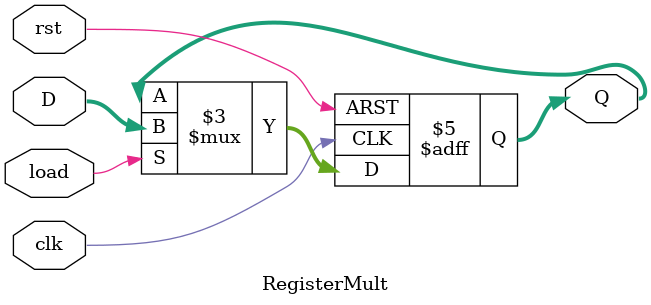
<source format=v>
`timescale 1ns / 1ps
module RegisterMult
	# (parameter W = 16)
	(
		input wire clk, //system clock
		input wire rst, //system reset
		input wire load, //load signal
		input wire [W-1:0] D, //input signal
		output reg [W-1:0] Q //output signal
    );

	always @(posedge clk, posedge rst)
		if(rst)
			Q <= 0;
		else if(load)
			Q <= D;
		else
			Q <= Q;

endmodule

</source>
